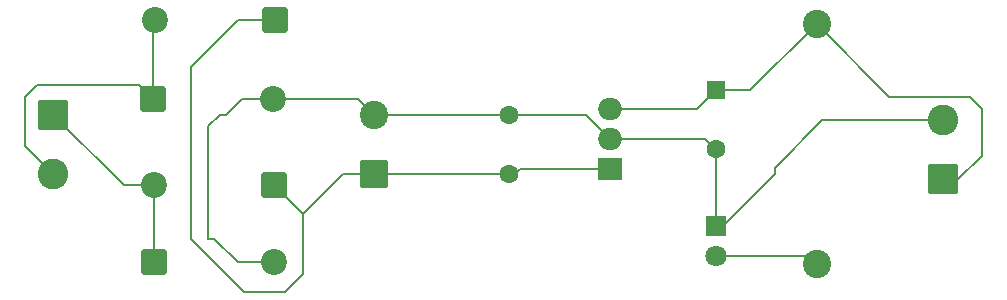
<source format=gbr>
%TF.GenerationSoftware,KiCad,Pcbnew,9.0.6*%
%TF.CreationDate,2025-12-14T15:20:03+05:30*%
%TF.ProjectId,Kicad-Hardware-Design,4b696361-642d-4486-9172-64776172652d,rev?*%
%TF.SameCoordinates,Original*%
%TF.FileFunction,Copper,L2,Bot*%
%TF.FilePolarity,Positive*%
%FSLAX46Y46*%
G04 Gerber Fmt 4.6, Leading zero omitted, Abs format (unit mm)*
G04 Created by KiCad (PCBNEW 9.0.6) date 2025-12-14 15:20:03*
%MOMM*%
%LPD*%
G01*
G04 APERTURE LIST*
G04 Aperture macros list*
%AMRoundRect*
0 Rectangle with rounded corners*
0 $1 Rounding radius*
0 $2 $3 $4 $5 $6 $7 $8 $9 X,Y pos of 4 corners*
0 Add a 4 corners polygon primitive as box body*
4,1,4,$2,$3,$4,$5,$6,$7,$8,$9,$2,$3,0*
0 Add four circle primitives for the rounded corners*
1,1,$1+$1,$2,$3*
1,1,$1+$1,$4,$5*
1,1,$1+$1,$6,$7*
1,1,$1+$1,$8,$9*
0 Add four rect primitives between the rounded corners*
20,1,$1+$1,$2,$3,$4,$5,0*
20,1,$1+$1,$4,$5,$6,$7,0*
20,1,$1+$1,$6,$7,$8,$9,0*
20,1,$1+$1,$8,$9,$2,$3,0*%
G04 Aperture macros list end*
%TA.AperFunction,ComponentPad*%
%ADD10RoundRect,0.249999X-0.850001X-0.850001X0.850001X-0.850001X0.850001X0.850001X-0.850001X0.850001X0*%
%TD*%
%TA.AperFunction,ComponentPad*%
%ADD11C,2.200000*%
%TD*%
%TA.AperFunction,ComponentPad*%
%ADD12R,1.800000X1.800000*%
%TD*%
%TA.AperFunction,ComponentPad*%
%ADD13C,1.800000*%
%TD*%
%TA.AperFunction,ComponentPad*%
%ADD14RoundRect,0.250000X1.050000X-1.050000X1.050000X1.050000X-1.050000X1.050000X-1.050000X-1.050000X0*%
%TD*%
%TA.AperFunction,ComponentPad*%
%ADD15C,2.600000*%
%TD*%
%TA.AperFunction,ComponentPad*%
%ADD16RoundRect,0.250000X-1.050000X1.050000X-1.050000X-1.050000X1.050000X-1.050000X1.050000X1.050000X0*%
%TD*%
%TA.AperFunction,ComponentPad*%
%ADD17RoundRect,0.249999X0.850001X0.850001X-0.850001X0.850001X-0.850001X-0.850001X0.850001X-0.850001X0*%
%TD*%
%TA.AperFunction,ComponentPad*%
%ADD18RoundRect,0.250001X0.949999X-0.949999X0.949999X0.949999X-0.949999X0.949999X-0.949999X-0.949999X0*%
%TD*%
%TA.AperFunction,ComponentPad*%
%ADD19C,2.400000*%
%TD*%
%TA.AperFunction,ComponentPad*%
%ADD20R,2.000000X1.905000*%
%TD*%
%TA.AperFunction,ComponentPad*%
%ADD21O,2.000000X1.905000*%
%TD*%
%TA.AperFunction,ComponentPad*%
%ADD22C,1.600000*%
%TD*%
%TA.AperFunction,ComponentPad*%
%ADD23RoundRect,0.250000X-0.550000X0.550000X-0.550000X-0.550000X0.550000X-0.550000X0.550000X0.550000X0*%
%TD*%
%TA.AperFunction,Conductor*%
%ADD24C,0.200000*%
%TD*%
G04 APERTURE END LIST*
D10*
%TO.P,D2,1,K*%
%TO.N,Net-(D1-A)*%
X59840000Y-60660000D03*
D11*
%TO.P,D2,2,A*%
%TO.N,GND*%
X70000000Y-60660000D03*
%TD*%
D12*
%TO.P,D5,1,K*%
%TO.N,GND*%
X107500000Y-71407500D03*
D13*
%TO.P,D5,2,A*%
%TO.N,Net-(D5-A)*%
X107500000Y-73947500D03*
%TD*%
D14*
%TO.P,J2,1,Pin_1*%
%TO.N,Net-(J2-Pin_1)*%
X126672500Y-67500000D03*
D15*
%TO.P,J2,2,Pin_2*%
%TO.N,GND*%
X126672500Y-62500000D03*
%TD*%
D16*
%TO.P,J1,1,Pin_1*%
%TO.N,Net-(D3-A)*%
X51327500Y-62000000D03*
D15*
%TO.P,J1,2,Pin_2*%
%TO.N,Net-(D1-A)*%
X51327500Y-67000000D03*
%TD*%
D17*
%TO.P,D3,1,K*%
%TO.N,Net-(D1-K)*%
X70080000Y-68000000D03*
D11*
%TO.P,D3,2,A*%
%TO.N,Net-(D3-A)*%
X59920000Y-68000000D03*
%TD*%
D18*
%TO.P,C1,1*%
%TO.N,Net-(D1-K)*%
X78500000Y-67000000D03*
D19*
%TO.P,C1,2*%
%TO.N,GND*%
X78500000Y-62000000D03*
%TD*%
%TO.P,R1,1*%
%TO.N,Net-(D5-A)*%
X116000000Y-74660000D03*
%TO.P,R1,2*%
%TO.N,Net-(J2-Pin_1)*%
X116000000Y-54340000D03*
%TD*%
D20*
%TO.P,U1,1,IN*%
%TO.N,Net-(D1-K)*%
X98500000Y-66580000D03*
D21*
%TO.P,U1,2,GND*%
%TO.N,GND*%
X98500000Y-64040000D03*
%TO.P,U1,3,OUT*%
%TO.N,Net-(J2-Pin_1)*%
X98500000Y-61500000D03*
%TD*%
D10*
%TO.P,D4,1,K*%
%TO.N,Net-(D3-A)*%
X59920000Y-74500000D03*
D11*
%TO.P,D4,2,A*%
%TO.N,GND*%
X70080000Y-74500000D03*
%TD*%
D22*
%TO.P,C2,1*%
%TO.N,Net-(D1-K)*%
X90000000Y-67000000D03*
%TO.P,C2,2*%
%TO.N,GND*%
X90000000Y-62000000D03*
%TD*%
D17*
%TO.P,D1,1,K*%
%TO.N,Net-(D1-K)*%
X70160000Y-54000000D03*
D11*
%TO.P,D1,2,A*%
%TO.N,Net-(D1-A)*%
X60000000Y-54000000D03*
%TD*%
D23*
%TO.P,C3,1*%
%TO.N,Net-(J2-Pin_1)*%
X107460000Y-59960000D03*
D22*
%TO.P,C3,2*%
%TO.N,GND*%
X107460000Y-64960000D03*
%TD*%
D24*
%TO.N,GND*%
X90000000Y-62000000D02*
X78500000Y-62000000D01*
X65500000Y-62000000D02*
X64500000Y-63000000D01*
X116500000Y-62500000D02*
X112500000Y-66500000D01*
X126672500Y-62500000D02*
X116500000Y-62500000D01*
X70000000Y-60660000D02*
X67340000Y-60660000D01*
X67000000Y-74500000D02*
X70080000Y-74500000D01*
X96460000Y-62000000D02*
X98500000Y-64040000D01*
X98500000Y-64040000D02*
X106540000Y-64040000D01*
X107460000Y-71367500D02*
X107500000Y-71407500D01*
X64500000Y-72500000D02*
X65000000Y-72500000D01*
X112500000Y-67000000D02*
X108092500Y-71407500D01*
X67340000Y-60660000D02*
X66000000Y-62000000D01*
X66000000Y-62000000D02*
X65500000Y-62000000D01*
X70000000Y-60660000D02*
X77160000Y-60660000D01*
X106540000Y-64040000D02*
X107460000Y-64960000D01*
X77160000Y-60660000D02*
X78500000Y-62000000D01*
X64500000Y-63000000D02*
X64500000Y-72500000D01*
X65000000Y-72500000D02*
X67000000Y-74500000D01*
X107500000Y-65000000D02*
X107460000Y-64960000D01*
X90000000Y-62000000D02*
X96460000Y-62000000D01*
X108092500Y-71407500D02*
X107500000Y-71407500D01*
X107500000Y-71407500D02*
X107500000Y-65000000D01*
X112500000Y-66500000D02*
X112500000Y-67000000D01*
%TO.N,Net-(D1-K)*%
X63000000Y-58000000D02*
X63000000Y-72500000D01*
X71000000Y-77000000D02*
X72500000Y-75500000D01*
X78500000Y-67000000D02*
X90000000Y-67000000D01*
X67500000Y-77000000D02*
X71000000Y-77000000D01*
X70160000Y-54000000D02*
X67000000Y-54000000D01*
X90500000Y-67000000D02*
X90920000Y-66580000D01*
X75920000Y-67000000D02*
X78500000Y-67000000D01*
X72500000Y-75500000D02*
X72500000Y-70420000D01*
X63000000Y-72500000D02*
X67500000Y-77000000D01*
X72500000Y-70420000D02*
X70080000Y-68000000D01*
X72500000Y-70420000D02*
X75920000Y-67000000D01*
X90000000Y-67000000D02*
X90500000Y-67000000D01*
X90920000Y-66580000D02*
X98500000Y-66580000D01*
X67000000Y-54000000D02*
X63000000Y-58000000D01*
%TO.N,Net-(J2-Pin_1)*%
X128000000Y-67500000D02*
X130000000Y-65500000D01*
X126672500Y-67500000D02*
X128000000Y-67500000D01*
X122160000Y-60500000D02*
X116000000Y-54340000D01*
X98500000Y-61500000D02*
X105920000Y-61500000D01*
X129000000Y-60500000D02*
X122160000Y-60500000D01*
X105920000Y-61500000D02*
X107460000Y-59960000D01*
X130000000Y-61500000D02*
X129000000Y-60500000D01*
X116000000Y-54340000D02*
X110380000Y-59960000D01*
X110380000Y-59960000D02*
X107460000Y-59960000D01*
X130000000Y-65500000D02*
X130000000Y-61500000D01*
%TO.N,Net-(D1-A)*%
X49000000Y-64672500D02*
X51327500Y-67000000D01*
X59840000Y-60660000D02*
X59840000Y-54160000D01*
X49000000Y-60500000D02*
X49000000Y-64672500D01*
X60000000Y-60500000D02*
X59840000Y-60660000D01*
X50000000Y-59500000D02*
X49000000Y-60500000D01*
X59840000Y-54160000D02*
X60000000Y-54000000D01*
X59840000Y-60660000D02*
X58680000Y-59500000D01*
X58680000Y-59500000D02*
X50000000Y-59500000D01*
%TO.N,Net-(D3-A)*%
X59920000Y-68000000D02*
X59920000Y-74500000D01*
X59920000Y-68000000D02*
X57327500Y-68000000D01*
X57327500Y-68000000D02*
X51327500Y-62000000D01*
%TO.N,Net-(D5-A)*%
X115287500Y-73947500D02*
X116000000Y-74660000D01*
X107500000Y-73947500D02*
X115287500Y-73947500D01*
%TD*%
M02*

</source>
